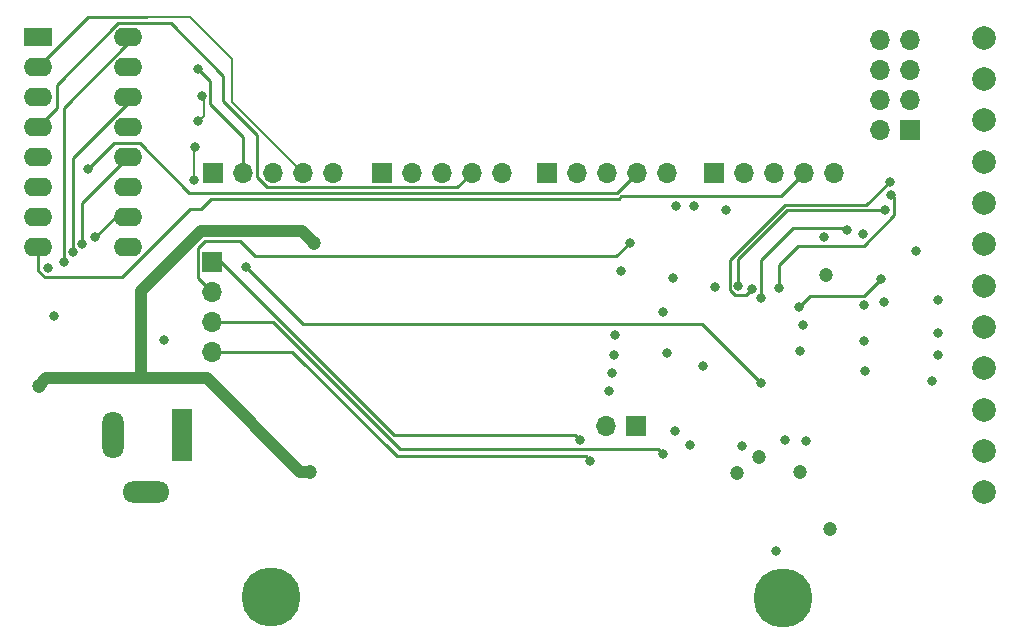
<source format=gbl>
%TF.GenerationSoftware,KiCad,Pcbnew,(6.0.10-0)*%
%TF.CreationDate,2023-01-26T22:23:51-06:00*%
%TF.ProjectId,spudglo_driver_v4p1,73707564-676c-46f5-9f64-72697665725f,rev?*%
%TF.SameCoordinates,Original*%
%TF.FileFunction,Copper,L4,Bot*%
%TF.FilePolarity,Positive*%
%FSLAX46Y46*%
G04 Gerber Fmt 4.6, Leading zero omitted, Abs format (unit mm)*
G04 Created by KiCad (PCBNEW (6.0.10-0)) date 2023-01-26 22:23:51*
%MOMM*%
%LPD*%
G01*
G04 APERTURE LIST*
%TA.AperFunction,ComponentPad*%
%ADD10R,2.400000X1.600000*%
%TD*%
%TA.AperFunction,ComponentPad*%
%ADD11O,2.400000X1.600000*%
%TD*%
%TA.AperFunction,ComponentPad*%
%ADD12R,1.700000X1.700000*%
%TD*%
%TA.AperFunction,ComponentPad*%
%ADD13O,1.700000X1.700000*%
%TD*%
%TA.AperFunction,ComponentPad*%
%ADD14R,1.800000X4.400000*%
%TD*%
%TA.AperFunction,ComponentPad*%
%ADD15O,1.800000X4.000000*%
%TD*%
%TA.AperFunction,ComponentPad*%
%ADD16O,4.000000X1.800000*%
%TD*%
%TA.AperFunction,ComponentPad*%
%ADD17C,5.000000*%
%TD*%
%TA.AperFunction,ComponentPad*%
%ADD18C,2.000000*%
%TD*%
%TA.AperFunction,ViaPad*%
%ADD19C,0.800000*%
%TD*%
%TA.AperFunction,ViaPad*%
%ADD20C,1.200000*%
%TD*%
%TA.AperFunction,Conductor*%
%ADD21C,0.250000*%
%TD*%
%TA.AperFunction,Conductor*%
%ADD22C,1.000000*%
%TD*%
%TA.AperFunction,Conductor*%
%ADD23C,0.200000*%
%TD*%
G04 APERTURE END LIST*
D10*
X123952000Y-83820000D03*
D11*
X123952000Y-86360000D03*
X123952000Y-88900000D03*
X123952000Y-91440000D03*
X123952000Y-93980000D03*
X123952000Y-96520000D03*
X123952000Y-99060000D03*
X123952000Y-101600000D03*
X131572000Y-101600000D03*
X131572000Y-99060000D03*
X131572000Y-96520000D03*
X131572000Y-93980000D03*
X131572000Y-91440000D03*
X131572000Y-88900000D03*
X131572000Y-86360000D03*
X131572000Y-83820000D03*
D12*
X197745400Y-91695400D03*
D13*
X195205400Y-91695400D03*
X197745400Y-89155400D03*
X195205400Y-89155400D03*
X197745400Y-86615400D03*
X195205400Y-86615400D03*
X197745400Y-84075400D03*
X195205400Y-84075400D03*
D12*
X174570000Y-116780000D03*
D13*
X172030000Y-116780000D03*
D12*
X138640000Y-102870000D03*
D13*
X138640000Y-105410000D03*
X138640000Y-107950000D03*
X138640000Y-110490000D03*
D14*
X136065000Y-117570000D03*
D15*
X130265000Y-117570000D03*
D16*
X133065000Y-122370000D03*
D12*
X181140706Y-95340182D03*
D13*
X183680706Y-95340182D03*
X186220706Y-95340182D03*
X188760706Y-95340182D03*
X191300706Y-95340182D03*
D12*
X138742448Y-95402303D03*
D13*
X141282448Y-95402303D03*
X143822448Y-95402303D03*
X146362448Y-95402303D03*
X148902448Y-95402303D03*
D12*
X153001137Y-95377384D03*
D13*
X155541137Y-95377384D03*
X158081137Y-95377384D03*
X160621137Y-95377384D03*
X163161137Y-95377384D03*
D12*
X166997713Y-95354302D03*
D13*
X169537713Y-95354302D03*
X172077713Y-95354302D03*
X174617713Y-95354302D03*
X177157713Y-95354302D03*
D17*
X143610000Y-131240000D03*
X186974000Y-131358000D03*
D18*
X204010000Y-122410000D03*
X204010000Y-118910000D03*
X204010000Y-115410000D03*
X204010000Y-111910000D03*
X204010000Y-108410000D03*
X204010000Y-104910000D03*
X204010000Y-101410000D03*
X204010000Y-97910000D03*
X204010000Y-94410000D03*
X204010000Y-90910000D03*
X204010000Y-87410000D03*
X204010000Y-83910000D03*
D19*
X185160000Y-113170000D03*
X141500000Y-103300000D03*
X172800000Y-109090000D03*
X176840000Y-107170000D03*
X172480000Y-112330000D03*
X179460000Y-98174292D03*
X173310000Y-103630000D03*
X179140000Y-118420000D03*
X193790000Y-100500000D03*
X186430000Y-127380000D03*
X200100000Y-108940000D03*
X177170000Y-110600000D03*
X198240000Y-101960000D03*
X125230000Y-107510000D03*
X200110000Y-110780000D03*
X200130000Y-106090000D03*
X193960000Y-112090000D03*
X177830000Y-117210000D03*
X187130000Y-117930000D03*
D20*
X190970000Y-125540000D03*
D19*
X134580000Y-109470000D03*
X199580000Y-112940000D03*
D20*
X188400000Y-120700000D03*
D19*
X182190000Y-98460000D03*
X177960934Y-98188435D03*
X172640000Y-110770000D03*
D20*
X184960000Y-119370000D03*
X190660000Y-104020000D03*
X183090000Y-120740000D03*
X147250000Y-101270000D03*
D19*
X180210685Y-111729315D03*
X181265000Y-105005000D03*
X188930000Y-118020000D03*
X177660000Y-104210000D03*
D20*
X146900000Y-120670000D03*
X123970000Y-113390000D03*
D19*
X183550000Y-118450000D03*
X172280000Y-113780000D03*
X190460000Y-100770000D03*
X124770000Y-103420000D03*
X195550000Y-106250000D03*
X137450000Y-86530000D03*
X195660000Y-98500000D03*
X183210000Y-104930000D03*
X188370000Y-106680000D03*
X195290000Y-104310000D03*
X186620000Y-105060000D03*
X196170000Y-97220000D03*
X193810000Y-109600000D03*
X188465000Y-110445000D03*
X188680000Y-108270000D03*
X193860000Y-106510000D03*
X184360000Y-105170000D03*
X196009809Y-96093372D03*
X185140000Y-105950000D03*
X192420000Y-100170000D03*
X137770000Y-88850000D03*
X137500000Y-90990000D03*
X137235000Y-93185000D03*
X137130000Y-95960000D03*
X126100000Y-102920000D03*
X126890000Y-102070000D03*
X128150000Y-95030000D03*
X127655000Y-101335000D03*
X128760000Y-100820000D03*
X176826802Y-119193198D03*
X170660000Y-119720000D03*
X169770000Y-117930000D03*
X174040000Y-101270000D03*
D21*
X185160000Y-113170000D02*
X185170000Y-113180000D01*
X180140000Y-108150000D02*
X185160000Y-113170000D01*
X146350000Y-108150000D02*
X180140000Y-108150000D01*
X141500000Y-103300000D02*
X146350000Y-108150000D01*
D22*
X146900000Y-120670000D02*
X146130000Y-120670000D01*
X146130000Y-120670000D02*
X138200000Y-112740000D01*
X137703274Y-100290000D02*
X146270000Y-100290000D01*
X146270000Y-100290000D02*
X147250000Y-101270000D01*
X132640000Y-112740000D02*
X124620000Y-112740000D01*
X124620000Y-112740000D02*
X123970000Y-113390000D01*
X132640000Y-105353274D02*
X137703274Y-100290000D01*
X132640000Y-112740000D02*
X132640000Y-105353274D01*
X138200000Y-112740000D02*
X132640000Y-112740000D01*
D21*
X141282448Y-92322448D02*
X139570000Y-90610000D01*
X138500000Y-88010000D02*
X138500000Y-87580000D01*
X138500000Y-89540000D02*
X138500000Y-88010000D01*
X141282448Y-95402303D02*
X141282448Y-92322448D01*
X139570000Y-90610000D02*
X138500000Y-89540000D01*
X138500000Y-87580000D02*
X137450000Y-86530000D01*
X195660000Y-98500000D02*
X187333604Y-98500000D01*
X183210000Y-102623604D02*
X183210000Y-104930000D01*
X187333604Y-98500000D02*
X183210000Y-102623604D01*
X189265000Y-105785000D02*
X193815000Y-105785000D01*
X188370000Y-106680000D02*
X189265000Y-105785000D01*
X193815000Y-105785000D02*
X195290000Y-104310000D01*
X196170000Y-97220000D02*
X196385000Y-97435000D01*
X196385000Y-97435000D02*
X196385000Y-98930305D01*
X193815305Y-101500000D02*
X188250000Y-101500000D01*
X196385000Y-98930305D02*
X193815305Y-101500000D01*
X188250000Y-101500000D02*
X186620000Y-103130000D01*
X186620000Y-103130000D02*
X186620000Y-105060000D01*
X187147208Y-98050000D02*
X182485000Y-102712208D01*
X182485000Y-105230305D02*
X182909695Y-105655000D01*
X182485000Y-102712208D02*
X182485000Y-105230305D01*
X194053181Y-98050000D02*
X187147208Y-98050000D01*
X182909695Y-105655000D02*
X183875000Y-105655000D01*
X183875000Y-105655000D02*
X184360000Y-105170000D01*
X196009809Y-96093372D02*
X194053181Y-98050000D01*
X192295000Y-100045000D02*
X187855000Y-100045000D01*
X185140000Y-102760000D02*
X187855000Y-100045000D01*
X185140000Y-102760000D02*
X185140000Y-105950000D01*
X192420000Y-100170000D02*
X192295000Y-100045000D01*
D23*
X137990000Y-89270000D02*
X137990000Y-89070000D01*
X137990000Y-90500000D02*
X137990000Y-89270000D01*
X137990000Y-89070000D02*
X137770000Y-88850000D01*
X137500000Y-90990000D02*
X137990000Y-90500000D01*
X137235000Y-93185000D02*
X137130000Y-93290000D01*
X137130000Y-93290000D02*
X137130000Y-95960000D01*
D21*
X139600000Y-87140000D02*
X135155000Y-82695000D01*
X160621137Y-95377384D02*
X159421218Y-96577303D01*
X142457448Y-95699004D02*
X142457448Y-92147448D01*
X130706010Y-82695000D02*
X125530000Y-87871010D01*
X142457448Y-92147448D02*
X139600000Y-89290000D01*
X125530000Y-87871010D02*
X125530000Y-89862000D01*
X125530000Y-89862000D02*
X123952000Y-91440000D01*
X159421218Y-96577303D02*
X143335747Y-96577303D01*
X143335747Y-96577303D02*
X142457448Y-95699004D01*
X139600000Y-89290000D02*
X139600000Y-87140000D01*
X135155000Y-82695000D02*
X130706010Y-82695000D01*
X126100000Y-102920000D02*
X126100000Y-89841010D01*
X126100000Y-89841010D02*
X131572000Y-84369010D01*
X131572000Y-84369010D02*
X131572000Y-83820000D01*
X126890000Y-94131010D02*
X131572000Y-89449010D01*
X131572000Y-89449010D02*
X131572000Y-88900000D01*
X126890000Y-102070000D02*
X126890000Y-94131010D01*
X172944712Y-97027303D02*
X136737303Y-97027303D01*
X136737303Y-97027303D02*
X132540000Y-92830000D01*
X132540000Y-92830000D02*
X130350000Y-92830000D01*
X174617713Y-95354302D02*
X172944712Y-97027303D01*
X130350000Y-92830000D02*
X128150000Y-95030000D01*
X127655000Y-101335000D02*
X127655000Y-97897000D01*
X127655000Y-97897000D02*
X131572000Y-93980000D01*
D23*
X140350000Y-85730000D02*
X136780000Y-82160000D01*
D21*
X133120146Y-82160000D02*
X128152000Y-82160000D01*
X128152000Y-82160000D02*
X123952000Y-86360000D01*
D23*
X140350000Y-89389855D02*
X140350000Y-85730000D01*
X136780000Y-82160000D02*
X133120146Y-82160000D01*
X146362448Y-95402303D02*
X140350000Y-89389855D01*
D21*
X123952000Y-103627305D02*
X123952000Y-101600000D01*
X186780888Y-97320000D02*
X173288411Y-97320000D01*
X173078411Y-97530000D02*
X138590000Y-97530000D01*
X136766495Y-98396495D02*
X137723505Y-98396495D01*
X136766495Y-98396495D02*
X131017990Y-104145000D01*
X188760706Y-95340182D02*
X186780888Y-97320000D01*
X173288411Y-97320000D02*
X173078411Y-97530000D01*
X131017990Y-104145000D02*
X124469695Y-104145000D01*
X124469695Y-104145000D02*
X123952000Y-103627305D01*
X137723505Y-98396495D02*
X138590000Y-97530000D01*
X130520000Y-99060000D02*
X128760000Y-100820000D01*
X131572000Y-99060000D02*
X130520000Y-99060000D01*
X138640000Y-107950000D02*
X143813604Y-107950000D01*
X143813604Y-107950000D02*
X154583604Y-118720000D01*
X176390000Y-118720000D02*
X176850000Y-119180000D01*
X154583604Y-118720000D02*
X176390000Y-118720000D01*
X154310000Y-119360000D02*
X170300000Y-119360000D01*
X145440000Y-110490000D02*
X154310000Y-119360000D01*
X138640000Y-110490000D02*
X145440000Y-110490000D01*
X170300000Y-119360000D02*
X170660000Y-119720000D01*
X139370000Y-102870000D02*
X154070000Y-117570000D01*
X154070000Y-117570000D02*
X169410000Y-117570000D01*
X138640000Y-102870000D02*
X139370000Y-102870000D01*
X169410000Y-117570000D02*
X169770000Y-117930000D01*
X142300000Y-102420000D02*
X172890000Y-102420000D01*
X138010000Y-101150000D02*
X141030000Y-101150000D01*
X138640000Y-105410000D02*
X137465000Y-104235000D01*
X137465000Y-101695000D02*
X138010000Y-101150000D01*
X172890000Y-102420000D02*
X174040000Y-101270000D01*
X141030000Y-101150000D02*
X142300000Y-102420000D01*
X137465000Y-104235000D02*
X137465000Y-101695000D01*
M02*

</source>
